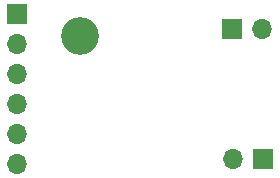
<source format=gbr>
%TF.GenerationSoftware,KiCad,Pcbnew,7.0.0-da2b9df05c~163~ubuntu22.04.1*%
%TF.CreationDate,2023-02-21T15:24:57+01:00*%
%TF.ProjectId,BaSe_PWR_V4_0,42615365-5f50-4575-925f-56345f302e6b,rev?*%
%TF.SameCoordinates,Original*%
%TF.FileFunction,Soldermask,Bot*%
%TF.FilePolarity,Negative*%
%FSLAX46Y46*%
G04 Gerber Fmt 4.6, Leading zero omitted, Abs format (unit mm)*
G04 Created by KiCad (PCBNEW 7.0.0-da2b9df05c~163~ubuntu22.04.1) date 2023-02-21 15:24:57*
%MOMM*%
%LPD*%
G01*
G04 APERTURE LIST*
%ADD10R,1.700000X1.700000*%
%ADD11O,1.700000X1.700000*%
%ADD12C,3.200000*%
G04 APERTURE END LIST*
D10*
%TO.C,J3*%
X119074999Y-49599999D03*
D11*
X116534999Y-49599999D03*
%TD*%
D10*
%TO.C,J1*%
X98199999Y-37319999D03*
D11*
X98199999Y-39859999D03*
X98199999Y-42399999D03*
X98199999Y-44939999D03*
X98199999Y-47479999D03*
X98199999Y-50019999D03*
%TD*%
D12*
%TO.C,H1*%
X103600000Y-39200000D03*
%TD*%
D10*
%TO.C,J2*%
X116399999Y-38599999D03*
D11*
X118939999Y-38599999D03*
%TD*%
M02*

</source>
